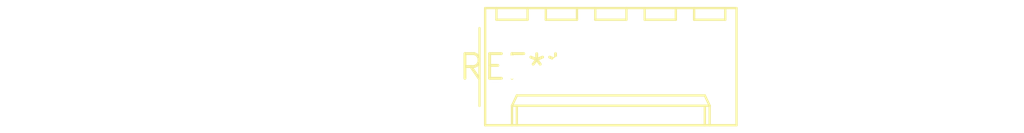
<source format=kicad_pcb>
(kicad_pcb (version 20240108) (generator pcbnew)
  (layers (0 "F.Cu" signal) (31 "B.Cu" signal) (34 "B.Paste" user) (35 "F.Paste" user) (36 "B.SilkS" user "B.Silkscreen") (37 "F.SilkS" user "F.Silkscreen") (38 "B.Mask" user) (39 "F.Mask" user) (44 "Edge.Cuts" user))
  (net 0 "")
  (footprint "Molex_KK-254_AE-6410-05A_1x05_P2.54mm_Vertical" (layer "F.Cu") (at 0 0)
    (property "Reference" "REF**")
    (property "Value" "Molex_KK-254_AE-6410-05A_1x05_P2.54mm_Vertical")
    (fp_line (start -1.67 -2) (end -1.67 2) (layer "F.SilkS") (stroke (width 0.12)))
    (fp_line (start -1.38 -3.03) (end -1.38 2.99) (layer "F.SilkS") (stroke (width 0.12)))
    (fp_line (start -1.38 2.99) (end 11.54 2.99) (layer "F.SilkS") (stroke (width 0.12)))
    (fp_line (start -0.8 -3.03) (end -0.8 -2.43) (layer "F.SilkS") (stroke (width 0.12)))
    (fp_line (start -0.8 -2.43) (end 0.8 -2.43) (layer "F.SilkS") (stroke (width 0.12)))
    (fp_line (start 0 1.99) (end 0.25 1.46) (layer "F.SilkS") (stroke (width 0.12)))
    (fp_line (start 0 1.99) (end 10.16 1.99) (layer "F.SilkS") (stroke (width 0.12)))
    (fp_line (start 0 2.99) (end 0 1.99) (layer "F.SilkS") (stroke (width 0.12)))
    (fp_line (start 0.25 1.46) (end 9.91 1.46) (layer "F.SilkS") (stroke (width 0.12)))
    (fp_line (start 0.25 2.99) (end 0.25 1.99) (layer "F.SilkS") (stroke (width 0.12)))
    (fp_line (start 0.8 -2.43) (end 0.8 -3.03) (layer "F.SilkS") (stroke (width 0.12)))
    (fp_line (start 1.74 -3.03) (end 1.74 -2.43) (layer "F.SilkS") (stroke (width 0.12)))
    (fp_line (start 1.74 -2.43) (end 3.34 -2.43) (layer "F.SilkS") (stroke (width 0.12)))
    (fp_line (start 3.34 -2.43) (end 3.34 -3.03) (layer "F.SilkS") (stroke (width 0.12)))
    (fp_line (start 4.28 -3.03) (end 4.28 -2.43) (layer "F.SilkS") (stroke (width 0.12)))
    (fp_line (start 4.28 -2.43) (end 5.88 -2.43) (layer "F.SilkS") (stroke (width 0.12)))
    (fp_line (start 5.88 -2.43) (end 5.88 -3.03) (layer "F.SilkS") (stroke (width 0.12)))
    (fp_line (start 6.82 -3.03) (end 6.82 -2.43) (layer "F.SilkS") (stroke (width 0.12)))
    (fp_line (start 6.82 -2.43) (end 8.42 -2.43) (layer "F.SilkS") (stroke (width 0.12)))
    (fp_line (start 8.42 -2.43) (end 8.42 -3.03) (layer "F.SilkS") (stroke (width 0.12)))
    (fp_line (start 9.36 -3.03) (end 9.36 -2.43) (layer "F.SilkS") (stroke (width 0.12)))
    (fp_line (start 9.36 -2.43) (end 10.96 -2.43) (layer "F.SilkS") (stroke (width 0.12)))
    (fp_line (start 9.91 1.46) (end 10.16 1.99) (layer "F.SilkS") (stroke (width 0.12)))
    (fp_line (start 9.91 2.99) (end 9.91 1.99) (layer "F.SilkS") (stroke (width 0.12)))
    (fp_line (start 10.16 1.99) (end 10.16 2.99) (layer "F.SilkS") (stroke (width 0.12)))
    (fp_line (start 10.96 -2.43) (end 10.96 -3.03) (layer "F.SilkS") (stroke (width 0.12)))
    (fp_line (start 11.54 -3.03) (end -1.38 -3.03) (layer "F.SilkS") (stroke (width 0.12)))
    (fp_line (start 11.54 2.99) (end 11.54 -3.03) (layer "F.SilkS") (stroke (width 0.12)))
    (pad "1" thru_hole roundrect (at 0 0) (size 1.74 2.19) (drill 1.19) (layers *.Cu *.Mask) (remove_unused_layers) (roundrect_rratio 0.143678))
    (pad "2" thru_hole oval (at 2.54 0) (size 1.74 2.19) (drill 1.19) (layers *.Cu *.Mask) (remove_unused_layers))
    (pad "3" thru_hole oval (at 5.08 0) (size 1.74 2.19) (drill 1.19) (layers *.Cu *.Mask) (remove_unused_layers))
    (pad "4" thru_hole oval (at 7.62 0) (size 1.74 2.19) (drill 1.19) (layers *.Cu *.Mask) (remove_unused_layers))
    (pad "5" thru_hole oval (at 10.16 0) (size 1.74 2.19) (drill 1.19) (layers *.Cu *.Mask) (remove_unused_layers))
  )
)
</source>
